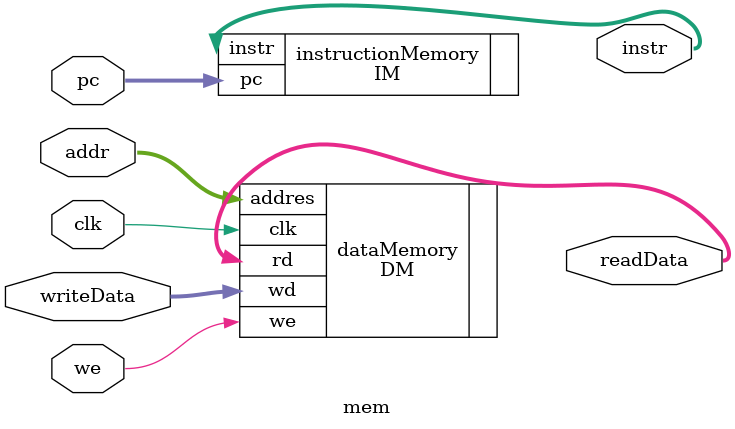
<source format=v>
`include "./memory/DM.v"
`include "./memory/IM.v"

module mem(
    input wire clk,
    input wire we,
    input [15:0] pc,
    input [15:0] addr,
    input [31:0] writeData,
    output [31:0] instr,
    output [31:0] readData
);

    DM dataMemory(
        .clk(clk), 
        .we(we),
        .addres(addr),
        .wd(writeData),
        .rd(readData)
    );

    IM instructionMemory(
        .pc(pc),
        .instr(instr)
    );

endmodule
</source>
